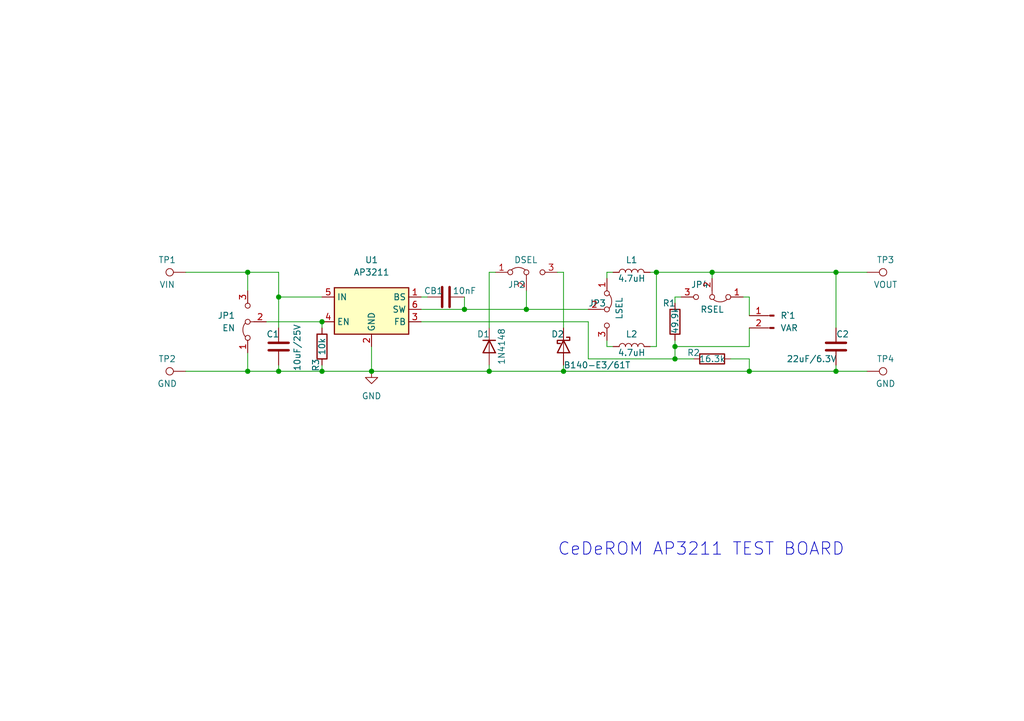
<source format=kicad_sch>
(kicad_sch (version 20211123) (generator eeschema)
  (paper "A5")
  (title_block (title "CeDeROM AP3211 TEST BOARD") (date "2022-04-03") (rev "2022-04-03") (company "CeDeROM"))
  (lib_symbols
    (symbol "CeDeROM-STUFF-KiCAD-SYMBOLS:AP3211"
      (property "Reference" "U" (at -7.62 5.715 0))
      (property "Value" "AP3211" (at 0 5.715 0))
      (symbol "AP3211_0_1"
        (rectangle (start -7.62 4.445) (end 7.62 -5.08) (stroke (width 0.254)) (fill (type background)))
      )
      (symbol "AP3211_1_1"
        (pin passive line (at 10.16 2.54 180) (length 2.54) (name "BS") (number "1"))
        (pin power_in line (at 0 -7.62 90) (length 2.54) (name "GND") (number "2"))
        (pin input line (at 10.16 -2.54 180) (length 2.54) (name "FB") (number "3"))
        (pin input line (at -10.16 -2.54 0) (length 2.54) (name "EN") (number "4"))
        (pin power_in line (at -10.16 2.54 0) (length 2.54) (name "IN") (number "5"))
        (pin passive line (at 10.16 0 180) (length 2.54) (name "SW") (number "6"))
      )
    )
    (symbol "Connector:Conn_01x02_Male" (pin_names (offset 1.016) hide)
      (property "Reference" "J" (at 0 2.54 0))
      (property "Value" "Conn_01x02_Male" (at 0 -5.08 0))
      (symbol "Conn_01x02_Male_1_1"
        (polyline (pts (xy 1.27 -2.54) (xy 0.8636 -2.54)) (stroke (width 0.1524)))
        (polyline (pts (xy 1.27 0) (xy 0.8636 0)) (stroke (width 0.1524)))
        (rectangle (start 0.8636 -2.413) (end 0 -2.667) (stroke (width 0.1524)) (fill (type outline)))
        (rectangle (start 0.8636 0.127) (end 0 -0.127) (stroke (width 0.1524)) (fill (type outline)))
        (pin passive line (at 5.08 0 180) (length 3.81) (name "Pin_1") (number "1"))
        (pin passive line (at 5.08 -2.54 180) (length 3.81) (name "Pin_2") (number "2"))
      )
    )
    (symbol "Connector:TestPoint" (pin_numbers hide) (pin_names (offset 0.762) hide)
      (property "Reference" "TP" (at 0 6.858 0))
      (property "Value" "TestPoint" (at 0 5.08 0))
      (symbol "TestPoint_0_1"
        (circle (center 0 3.302) (radius 0.762))
      )
      (symbol "TestPoint_1_1"
        (pin passive line (at 0 0 90) (length 2.54) (name "1") (number "1"))
      )
    )
    (symbol "Device:C" (pin_numbers hide) (pin_names (offset 0.254))
      (property "Reference" "C" (at 0.635 2.54 0))
      (property "Value" "C" (at 0.635 -2.54 0))
      (symbol "C_0_1"
        (polyline (pts (xy -2.032 -0.762) (xy 2.032 -0.762)) (stroke (width 0.508)))
        (polyline (pts (xy -2.032 0.762) (xy 2.032 0.762)) (stroke (width 0.508)))
      )
      (symbol "C_1_1"
        (pin passive line (at 0 3.81 270) (length 2.794) (name "~") (number "1"))
        (pin passive line (at 0 -3.81 90) (length 2.794) (name "~") (number "2"))
      )
    )
    (symbol "Device:D" (pin_numbers hide) (pin_names (offset 1.016) hide)
      (property "Reference" "D" (at 0 2.54 0))
      (property "Value" "D" (at 0 -2.54 0))
      (symbol "D_0_1"
        (polyline (pts (xy -1.27 1.27) (xy -1.27 -1.27)) (stroke (width 0.254)))
        (polyline (pts (xy 1.27 0) (xy -1.27 0)))
        (polyline (pts (xy 1.27 1.27) (xy 1.27 -1.27) (xy -1.27 0) (xy 1.27 1.27)) (stroke (width 0.254)))
      )
      (symbol "D_1_1"
        (pin passive line (at -3.81 0 0) (length 2.54) (name "K") (number "1"))
        (pin passive line (at 3.81 0 180) (length 2.54) (name "A") (number "2"))
      )
    )
    (symbol "Device:D_Schottky" (pin_numbers hide) (pin_names (offset 1.016) hide)
      (property "Reference" "D" (at 0 2.54 0))
      (property "Value" "D_Schottky" (at 0 -2.54 0))
      (symbol "D_Schottky_0_1"
        (polyline (pts (xy 1.27 0) (xy -1.27 0)))
        (polyline (pts (xy 1.27 1.27) (xy 1.27 -1.27) (xy -1.27 0) (xy 1.27 1.27)) (stroke (width 0.254)))
        (polyline (pts (xy -1.905 0.635) (xy -1.905 1.27) (xy -1.27 1.27) (xy -1.27 -1.27) (xy -0.635 -1.27) (xy -0.635 -0.635)) (stroke (width 0.254)))
      )
      (symbol "D_Schottky_1_1"
        (pin passive line (at -3.81 0 0) (length 2.54) (name "K") (number "1"))
        (pin passive line (at 3.81 0 180) (length 2.54) (name "A") (number "2"))
      )
    )
    (symbol "Device:L" (pin_numbers hide) (pin_names (offset 1.016) hide)
      (property "Reference" "L" (at -1.27 0 90))
      (property "Value" "L" (at 1.905 0 90))
      (symbol "L_0_1"
        (arc (start 0 -2.54) (mid 0.635 -1.905) (end 0 -1.27))
        (arc (start 0 -1.27) (mid 0.635 -0.635) (end 0 0))
        (arc (start 0 0) (mid 0.635 0.635) (end 0 1.27))
        (arc (start 0 1.27) (mid 0.635 1.905) (end 0 2.54))
      )
      (symbol "L_1_1"
        (pin passive line (at 0 3.81 270) (length 1.27) (name "1") (number "1"))
        (pin passive line (at 0 -3.81 90) (length 1.27) (name "2") (number "2"))
      )
    )
    (symbol "Device:R" (pin_numbers hide) (pin_names (offset 0))
      (property "Reference" "R" (at 2.032 0 90))
      (property "Value" "R" (at 0 0 90))
      (symbol "R_0_1"
        (rectangle (start -1.016 -2.54) (end 1.016 2.54) (stroke (width 0.254)))
      )
      (symbol "R_1_1"
        (pin passive line (at 0 3.81 270) (length 1.27) (name "~") (number "1"))
        (pin passive line (at 0 -3.81 90) (length 1.27) (name "~") (number "2"))
      )
    )
    (symbol "Jumper:Jumper_3_Bridged12" (pin_names (offset 0) hide)
      (property "Reference" "JP" (at -2.54 -2.54 0))
      (property "Value" "Jumper_3_Bridged12" (at 0 2.794 0))
      (symbol "Jumper_3_Bridged12_0_0"
        (circle (center -3.302 0) (radius 0.508))
        (circle (center 0 0) (radius 0.508))
        (circle (center 3.302 0) (radius 0.508))
      )
      (symbol "Jumper_3_Bridged12_0_1"
        (arc (start -0.254 0.508) (mid -1.651 0.9912) (end -3.048 0.508))
        (polyline (pts (xy 0 -1.27) (xy 0 -0.508)))
      )
      (symbol "Jumper_3_Bridged12_1_1"
        (pin passive line (at -6.35 0 0) (length 2.54) (name "A") (number "1"))
        (pin passive line (at 0 -3.81 90) (length 2.54) (name "C") (number "2"))
        (pin passive line (at 6.35 0 180) (length 2.54) (name "B") (number "3"))
      )
    )
    (symbol "power:GND" (power) (pin_names (offset 0))
      (property "Value" "GND" (at 0 -3.81 0))
      (symbol "GND_0_1"
        (polyline (pts (xy 0 0) (xy 0 -1.27) (xy 1.27 -1.27) (xy 0 -2.54) (xy -1.27 -1.27) (xy 0 -1.27)))
      )
      (symbol "GND_1_1"
        (pin power_in line (at 0 0 270) (length 0) hide (name "GND") (number "1"))
      )
    )
  )
  (junction (at 66.04 66.04))
  (junction (at 66.04 76.2))
  (junction (at 100.33 76.2))
  (junction (at 171.45 76.2))
  (junction (at 95.25 63.5))
  (junction (at 107.95 63.5))
  (junction (at 76.2 76.2))
  (junction (at 50.8 55.88))
  (junction (at 50.8 76.2))
  (junction (at 153.67 76.2))
  (junction (at 138.43 71.12))
  (junction (at 138.43 73.66))
  (junction (at 146.05 55.88))
  (junction (at 57.15 76.2))
  (junction (at 115.57 76.2))
  (junction (at 57.15 60.96))
  (junction (at 171.45 55.88))
  (junction (at 134.62 55.88))
  (wire (pts (xy 171.45 76.2) (xy 177.8 76.2)))
  (wire (pts (xy 153.67 73.66) (xy 153.67 76.2)))
  (wire (pts (xy 54.61 66.04) (xy 66.04 66.04)))
  (wire (pts (xy 76.2 76.2) (xy 100.33 76.2)))
  (wire (pts (xy 50.8 55.88) (xy 57.15 55.88)))
  (wire (pts (xy 38.1 55.88) (xy 50.8 55.88)))
  (wire (pts (xy 138.43 73.66) (xy 120.65 73.66)))
  (wire (pts (xy 138.43 69.85) (xy 138.43 71.12)))
  (wire (pts (xy 66.04 74.93) (xy 66.04 76.2)))
  (wire (pts (xy 100.33 55.88) (xy 101.6 55.88)))
  (wire (pts (xy 115.57 76.2) (xy 153.67 76.2)))
  (wire (pts (xy 124.46 55.88) (xy 125.73 55.88)))
  (wire (pts (xy 86.36 63.5) (xy 95.25 63.5)))
  (wire (pts (xy 171.45 55.88) (xy 171.45 67.31)))
  (wire (pts (xy 66.04 76.2) (xy 57.15 76.2)))
  (wire (pts (xy 100.33 74.93) (xy 100.33 76.2)))
  (wire (pts (xy 124.46 71.12) (xy 125.73 71.12)))
  (wire (pts (xy 146.05 55.88) (xy 146.05 57.15)))
  (wire (pts (xy 57.15 60.96) (xy 66.04 60.96)))
  (wire (pts (xy 107.95 63.5) (xy 120.65 63.5)))
  (wire (pts (xy 86.36 60.96) (xy 87.63 60.96)))
  (wire (pts (xy 152.4 60.96) (xy 153.67 60.96)))
  (wire (pts (xy 50.8 72.39) (xy 50.8 76.2)))
  (wire (pts (xy 124.46 57.15) (xy 124.46 55.88)))
  (wire (pts (xy 138.43 60.96) (xy 138.43 62.23)))
  (wire (pts (xy 114.3 55.88) (xy 115.57 55.88)))
  (wire (pts (xy 57.15 76.2) (xy 50.8 76.2)))
  (wire (pts (xy 153.67 67.31) (xy 153.67 71.12)))
  (wire (pts (xy 171.45 55.88) (xy 177.8 55.88)))
  (wire (pts (xy 146.05 55.88) (xy 171.45 55.88)))
  (wire (pts (xy 115.57 55.88) (xy 115.57 67.31)))
  (wire (pts (xy 76.2 76.2) (xy 66.04 76.2)))
  (wire (pts (xy 124.46 69.85) (xy 124.46 71.12)))
  (wire (pts (xy 149.86 73.66) (xy 153.67 73.66)))
  (wire (pts (xy 142.24 73.66) (xy 138.43 73.66)))
  (wire (pts (xy 57.15 67.31) (xy 57.15 60.96)))
  (wire (pts (xy 138.43 73.66) (xy 138.43 71.12)))
  (wire (pts (xy 153.67 60.96) (xy 153.67 64.77)))
  (wire (pts (xy 153.67 76.2) (xy 171.45 76.2)))
  (wire (pts (xy 100.33 76.2) (xy 115.57 76.2)))
  (wire (pts (xy 133.35 71.12) (xy 134.62 71.12)))
  (wire (pts (xy 171.45 74.93) (xy 171.45 76.2)))
  (wire (pts (xy 134.62 55.88) (xy 146.05 55.88)))
  (wire (pts (xy 38.1 76.2) (xy 50.8 76.2)))
  (wire (pts (xy 107.95 59.69) (xy 107.95 63.5)))
  (wire (pts (xy 115.57 74.93) (xy 115.57 76.2)))
  (wire (pts (xy 120.65 66.04) (xy 86.36 66.04)))
  (wire (pts (xy 120.65 73.66) (xy 120.65 66.04)))
  (wire (pts (xy 153.67 71.12) (xy 138.43 71.12)))
  (wire (pts (xy 76.2 71.12) (xy 76.2 76.2)))
  (wire (pts (xy 57.15 74.93) (xy 57.15 76.2)))
  (wire (pts (xy 50.8 55.88) (xy 50.8 59.69)))
  (wire (pts (xy 57.15 55.88) (xy 57.15 60.96)))
  (wire (pts (xy 95.25 63.5) (xy 95.25 60.96)))
  (wire (pts (xy 139.7 60.96) (xy 138.43 60.96)))
  (wire (pts (xy 95.25 63.5) (xy 107.95 63.5)))
  (wire (pts (xy 134.62 55.88) (xy 134.62 71.12)))
  (wire (pts (xy 100.33 67.31) (xy 100.33 55.88)))
  (wire (pts (xy 66.04 66.04) (xy 66.04 67.31)))
  (wire (pts (xy 133.35 55.88) (xy 134.62 55.88)))
  (text "CeDeROM AP3211 TEST BOARD" (at 114.3 114.3 0) (effects (font (size 2.54 2.54)) (justify left bottom)))
  (symbol (lib_id "Device:L") (at 129.54 71.12 90) (unit 1)
    (property "Reference" "L2" (at 129.54 68.58 90))
    (property "Value" "4.7uH" (at 129.54 72.39 90))
    (property "Footprint" "Inductor_SMD:L_0603_1608Metric_Pad1.05x0.95mm_HandSolder" (effects hide))
  )
  (symbol (lib_id "Connector:TestPoint") (at 38.1 76.2 90) (unit 1)
    (property "Reference" "TP2" (at 34.29 73.66 90))
    (property "Value" "GND" (at 34.29 78.74 90))
    (property "Footprint" "TestPoint:TestPoint_THTPad_2.0x2.0mm_Drill1.0mm" (effects hide))
  )
  (symbol (lib_id "Connector:TestPoint") (at 177.8 76.2 270) (unit 1)
    (property "Reference" "TP4" (at 181.61 73.66 90))
    (property "Value" "GND" (at 181.61 78.74 90))
    (property "Footprint" "TestPoint:TestPoint_THTPad_2.0x2.0mm_Drill1.0mm" (effects hide))
  )
  (symbol (lib_id "Connector:TestPoint") (at 38.1 55.88 90) (unit 1)
    (property "Reference" "TP1" (at 34.29 53.34 90))
    (property "Value" "VIN" (at 34.29 58.42 90))
    (property "Footprint" "TestPoint:TestPoint_THTPad_2.0x2.0mm_Drill1.0mm" (effects hide))
  )
  (symbol (lib_id "Device:D_Schottky") (at 115.57 71.12 270) (unit 1)
    (property "Reference" "D2" (at 113.03 68.58 90) (effects (justify left)))
    (property "Value" "B140-E3/61T" (at 115.57 74.93 90) (effects (justify left)))
    (property "Footprint" "Diode_SMD:D_SMA_Handsoldering" (effects hide))
  )
  (symbol (lib_id "power:GND") (at 76.2 76.2 0) (unit 1)
    (property "Reference" "#PWR0101" (effects hide))
    (property "Value" "GND" (at 76.2 81.28 0))
  )
  (symbol (lib_id "CeDeROM-STUFF-KiCAD-SYMBOLS:AP3211") (at 76.2 63.5 0) (unit 1)
    (property "Reference" "U1" (at 76.2 53.34 0))
    (property "Value" "AP3211" (at 76.2 55.88 0))
    (property "Footprint" "Package_TO_SOT_SMD:SOT-23-6" (effects hide))
    (property "Datasheet" "https://www.diodes.com/assets/Datasheets/AP3211.pdf" (effects hide))
  )
  (symbol (lib_id "Device:C") (at 171.45 71.12 0) (unit 1)
    (property "Reference" "C2" (at 171.45 68.58 0) (effects (justify left)))
    (property "Value" "22uF/6.3V" (at 161.29 73.66 0) (effects (justify left)))
    (property "Footprint" "Capacitor_SMD:C_0805_2012Metric_Pad1.18x1.45mm_HandSolder" (effects hide))
  )
  (symbol (lib_id "Device:R") (at 138.43 66.04 180) (unit 1)
    (property "Reference" "R1" (at 135.89 62.23 0) (effects (justify right)))
    (property "Value" "49.9k" (at 138.43 68.58 90) (effects (justify right)))
    (property "Footprint" "Resistor_SMD:R_0603_1608Metric_Pad0.98x0.95mm_HandSolder" (effects hide))
  )
  (symbol (lib_id "Device:R") (at 66.04 71.12 180) (unit 1)
    (property "Reference" "R3" (at 64.77 74.93 90))
    (property "Value" "10k" (at 66.04 71.12 90))
    (property "Footprint" "Resistor_SMD:R_0603_1608Metric_Pad0.98x0.95mm_HandSolder" (effects hide))
  )
  (symbol (lib_id "Jumper:Jumper_3_Bridged12") (at 146.05 60.96 180) (unit 1)
    (property "Reference" "JP4" (at 143.51 58.42 0))
    (property "Value" "RSEL" (at 146.05 63.5 0))
    (property "Footprint" "Connector_PinHeader_2.54mm:PinHeader_1x03_P2.54mm_Vertical" (effects hide))
  )
  (symbol (lib_id "Jumper:Jumper_3_Bridged12") (at 124.46 63.5 270) (unit 1)
    (property "Reference" "JP3" (at 120.65 62.23 90) (effects (justify left)))
    (property "Value" "LSEL" (at 127 60.96 0) (effects (justify left)))
    (property "Footprint" "Connector_PinHeader_2.54mm:PinHeader_1x03_P2.54mm_Vertical" (effects hide))
  )
  (symbol (lib_id "Device:C") (at 91.44 60.96 90) (unit 1)
    (property "Reference" "CB1" (at 88.9 59.69 90))
    (property "Value" "10nF" (at 95.25 59.69 90))
    (property "Footprint" "Capacitor_SMD:C_0603_1608Metric_Pad1.08x0.95mm_HandSolder" (effects hide))
  )
  (symbol (lib_id "Connector:TestPoint") (at 177.8 55.88 270) (unit 1)
    (property "Reference" "TP3" (at 181.61 53.34 90))
    (property "Value" "VOUT" (at 181.61 58.42 90))
    (property "Footprint" "TestPoint:TestPoint_THTPad_2.0x2.0mm_Drill1.0mm" (effects hide))
  )
  (symbol (lib_id "Device:L") (at 129.54 55.88 90) (unit 1)
    (property "Reference" "L1" (at 129.54 53.34 90))
    (property "Value" "4.7uH" (at 129.54 57.15 90))
    (property "Footprint" "Inductor_SMD:L_Taiyo-Yuden_NR-30xx_HandSoldering" (effects hide))
  )
  (symbol (lib_id "Device:C") (at 57.15 71.12 0) (unit 1)
    (property "Reference" "C1" (at 54.61 68.58 0) (effects (justify left)))
    (property "Value" "10uF/25V" (at 60.96 76.2 90) (effects (justify left)))
    (property "Footprint" "Capacitor_SMD:C_0603_1608Metric_Pad1.08x0.95mm_HandSolder" (effects hide))
  )
  (symbol (lib_id "Device:R") (at 146.05 73.66 90) (unit 1)
    (property "Reference" "R2" (at 142.24 72.39 90))
    (property "Value" "16.3k" (at 146.05 73.66 90))
    (property "Footprint" "Resistor_SMD:R_0603_1608Metric_Pad0.98x0.95mm_HandSolder" (effects hide))
  )
  (symbol (lib_id "Device:D") (at 100.33 71.12 270) (unit 1)
    (property "Reference" "D1" (at 97.79 68.58 90) (effects (justify left)))
    (property "Value" "1N4148" (at 102.87 67.31 0) (effects (justify left)))
    (property "Footprint" "Diode_SMD:D_0805_2012Metric_Pad1.15x1.40mm_HandSolder" (effects hide))
  )
  (symbol (lib_id "Connector:Conn_01x02_Male") (at 158.75 64.77 0) (mirror y) (unit 1)
    (property "Reference" "R`1" (at 160.02 64.7699 0) (effects (justify right)))
    (property "Value" "VAR" (at 160.02 67.3099 0) (effects (justify right)))
    (property "Footprint" "Connector_PinHeader_2.54mm:PinHeader_1x02_P2.54mm_Vertical" (effects hide))
  )
  (symbol (lib_id "Jumper:Jumper_3_Bridged12") (at 50.8 66.04 90) (unit 1)
    (property "Reference" "JP1" (at 48.26 64.7699 90) (effects (justify left)))
    (property "Value" "EN" (at 48.26 67.3099 90) (effects (justify left)))
    (property "Footprint" "Connector_PinHeader_2.54mm:PinHeader_1x03_P2.54mm_Vertical" (effects hide))
  )
  (symbol (lib_id "Jumper:Jumper_3_Bridged12") (at 107.95 55.88 0) (unit 1)
    (property "Reference" "JP2" (at 104.14 58.42 0) (effects (justify left)))
    (property "Value" "DSEL" (at 105.41 53.34 0) (effects (justify left)))
    (property "Footprint" "Connector_PinHeader_2.54mm:PinHeader_1x03_P2.54mm_Vertical" (effects hide))
  )
)
</source>
